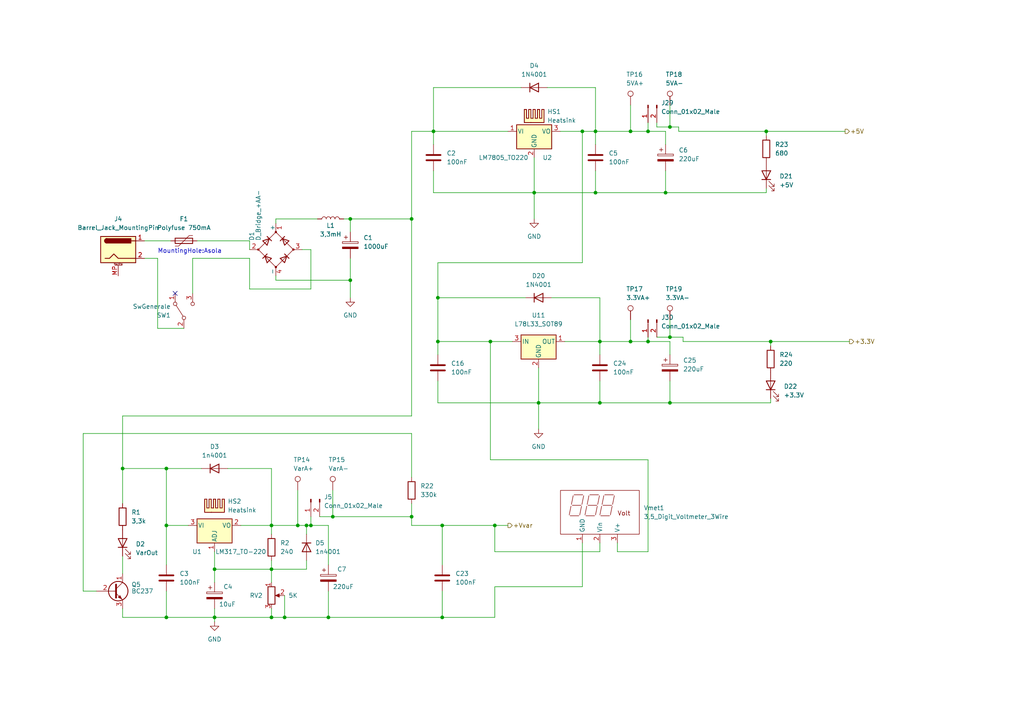
<source format=kicad_sch>
(kicad_sch (version 20211123) (generator eeschema)
  (paper "A4")
  (lib_symbols
    (symbol "Connector:Barrel_Jack_MountingPin" (pin_names hide)
      (property "Reference" "J" (at 0 5.334 0))
      (property "Value" "Barrel_Jack_MountingPin" (at 1.27 -6.35 0))
      (symbol "Barrel_Jack_MountingPin_0_1"
        (rectangle (start -5.08 3.81) (end 5.08 -3.81) (stroke (width 0.254)) (fill (type background)))
        (arc (start -3.302 3.175) (mid -3.937 2.54) (end -3.302 1.905) (stroke (width 0.254)))
        (arc (start -3.302 3.175) (mid -3.937 2.54) (end -3.302 1.905) (stroke (width 0.254)) (fill (type outline)))
        (polyline (pts (xy 5.08 2.54) (xy 3.81 2.54)) (stroke (width 0.254)))
        (polyline (pts (xy -3.81 -2.54) (xy -2.54 -2.54) (xy -1.27 -1.27) (xy 0 -2.54) (xy 2.54 -2.54) (xy 5.08 -2.54)) (stroke (width 0.254)))
        (rectangle (start 3.683 3.175) (end -3.302 1.905) (stroke (width 0.254)) (fill (type outline)))
      )
      (symbol "Barrel_Jack_MountingPin_1_1"
        (polyline (pts (xy -1.016 -4.572) (xy 1.016 -4.572)) (stroke (width 0.1524)))
        (text "Mounting" (at 0 -4.191 0) (effects (font (size 0.381 0.381))))
        (pin passive line (at 7.62 2.54 180) (length 2.54) (name "~") (number "1"))
        (pin passive line (at 7.62 -2.54 180) (length 2.54) (name "~") (number "2"))
        (pin passive line (at 0 -7.62 90) (length 3.048) (name "MountPin") (number "MP"))
      )
    )
    (symbol "Connector:Conn_01x02_Male" (pin_names (offset 1.016) hide)
      (property "Reference" "J" (at 0 2.54 0))
      (property "Value" "Conn_01x02_Male" (at 0 -5.08 0))
      (symbol "Conn_01x02_Male_1_1"
        (polyline (pts (xy 1.27 -2.54) (xy 0.8636 -2.54)) (stroke (width 0.1524)))
        (polyline (pts (xy 1.27 0) (xy 0.8636 0)) (stroke (width 0.1524)))
        (rectangle (start 0.8636 -2.413) (end 0 -2.667) (stroke (width 0.1524)) (fill (type outline)))
        (rectangle (start 0.8636 0.127) (end 0 -0.127) (stroke (width 0.1524)) (fill (type outline)))
        (pin passive line (at 5.08 0 180) (length 3.81) (name "Pin_1") (number "1"))
        (pin passive line (at 5.08 -2.54 180) (length 3.81) (name "Pin_2") (number "2"))
      )
    )
    (symbol "Connector:TestPoint" (pin_numbers hide) (pin_names (offset 0.762) hide)
      (property "Reference" "TP" (at 0 6.858 0))
      (property "Value" "TestPoint" (at 0 5.08 0))
      (symbol "TestPoint_0_1"
        (circle (center 0 3.302) (radius 0.762))
      )
      (symbol "TestPoint_1_1"
        (pin passive line (at 0 0 90) (length 2.54) (name "1") (number "1"))
      )
    )
    (symbol "Device:C" (pin_numbers hide) (pin_names (offset 0.254))
      (property "Reference" "C" (at 0.635 2.54 0))
      (property "Value" "C" (at 0.635 -2.54 0))
      (symbol "C_0_1"
        (polyline (pts (xy -2.032 -0.762) (xy 2.032 -0.762)) (stroke (width 0.508)))
        (polyline (pts (xy -2.032 0.762) (xy 2.032 0.762)) (stroke (width 0.508)))
      )
      (symbol "C_1_1"
        (pin passive line (at 0 3.81 270) (length 2.794) (name "~") (number "1"))
        (pin passive line (at 0 -3.81 90) (length 2.794) (name "~") (number "2"))
      )
    )
    (symbol "Device:C_Polarized" (pin_numbers hide) (pin_names (offset 0.254))
      (property "Reference" "C" (at 0.635 2.54 0))
      (property "Value" "C_Polarized" (at 0.635 -2.54 0))
      (symbol "C_Polarized_0_1"
        (rectangle (start -2.286 0.508) (end 2.286 1.016))
        (polyline (pts (xy -1.778 2.286) (xy -0.762 2.286)))
        (polyline (pts (xy -1.27 2.794) (xy -1.27 1.778)))
        (rectangle (start 2.286 -0.508) (end -2.286 -1.016) (fill (type outline)))
      )
      (symbol "C_Polarized_1_1"
        (pin passive line (at 0 3.81 270) (length 2.794) (name "~") (number "1"))
        (pin passive line (at 0 -3.81 90) (length 2.794) (name "~") (number "2"))
      )
    )
    (symbol "Device:D" (pin_numbers hide) (pin_names (offset 1.016) hide)
      (property "Reference" "D" (at 0 2.54 0))
      (property "Value" "D" (at 0 -2.54 0))
      (symbol "D_0_1"
        (polyline (pts (xy -1.27 1.27) (xy -1.27 -1.27)) (stroke (width 0.254)))
        (polyline (pts (xy 1.27 0) (xy -1.27 0)))
        (polyline (pts (xy 1.27 1.27) (xy 1.27 -1.27) (xy -1.27 0) (xy 1.27 1.27)) (stroke (width 0.254)))
      )
      (symbol "D_1_1"
        (pin passive line (at -3.81 0 0) (length 2.54) (name "K") (number "1"))
        (pin passive line (at 3.81 0 180) (length 2.54) (name "A") (number "2"))
      )
    )
    (symbol "Device:D_Bridge_+AA-" (pin_names (offset 0))
      (property "Reference" "D" (at 2.54 6.985 0))
      (property "Value" "D_Bridge_+AA-" (at 2.54 5.08 0))
      (symbol "D_Bridge_+AA-_0_1"
        (circle (center -5.08 0) (radius 0.254) (fill (type outline)))
        (circle (center 0 -5.08) (radius 0.254) (fill (type outline)))
        (polyline (pts (xy -2.54 3.81) (xy -1.27 2.54)) (stroke (width 0.254)))
        (polyline (pts (xy -1.27 -2.54) (xy -2.54 -3.81)) (stroke (width 0.254)))
        (polyline (pts (xy 2.54 -1.27) (xy 3.81 -2.54)) (stroke (width 0.254)))
        (polyline (pts (xy 2.54 1.27) (xy 3.81 2.54)) (stroke (width 0.254)))
        (polyline (pts (xy -3.81 2.54) (xy -2.54 1.27) (xy -1.905 3.175) (xy -3.81 2.54)) (stroke (width 0.254)))
        (polyline (pts (xy -2.54 -1.27) (xy -3.81 -2.54) (xy -1.905 -3.175) (xy -2.54 -1.27)) (stroke (width 0.254)))
        (polyline (pts (xy 1.27 2.54) (xy 2.54 3.81) (xy 3.175 1.905) (xy 1.27 2.54)) (stroke (width 0.254)))
        (polyline (pts (xy 3.175 -1.905) (xy 1.27 -2.54) (xy 2.54 -3.81) (xy 3.175 -1.905)) (stroke (width 0.254)))
        (polyline (pts (xy -5.08 0) (xy 0 -5.08) (xy 5.08 0) (xy 0 5.08) (xy -5.08 0)))
        (circle (center 0 5.08) (radius 0.254) (fill (type outline)))
        (circle (center 5.08 0) (radius 0.254) (fill (type outline)))
      )
      (symbol "D_Bridge_+AA-_1_1"
        (pin passive line (at 7.62 0 180) (length 2.54) (name "+") (number "1"))
        (pin passive line (at 0 7.62 270) (length 2.54) (name "~") (number "2"))
        (pin passive line (at 0 -7.62 90) (length 2.54) (name "~") (number "3"))
        (pin passive line (at -7.62 0 0) (length 2.54) (name "-") (number "4"))
      )
    )
    (symbol "Device:L" (pin_numbers hide) (pin_names (offset 1.016) hide)
      (property "Reference" "L" (at -1.27 0 90))
      (property "Value" "L" (at 1.905 0 90))
      (symbol "L_0_1"
        (arc (start 0 -2.54) (mid 0.635 -1.905) (end 0 -1.27))
        (arc (start 0 -1.27) (mid 0.635 -0.635) (end 0 0))
        (arc (start 0 0) (mid 0.635 0.635) (end 0 1.27))
        (arc (start 0 1.27) (mid 0.635 1.905) (end 0 2.54))
      )
      (symbol "L_1_1"
        (pin passive line (at 0 3.81 270) (length 1.27) (name "1") (number "1"))
        (pin passive line (at 0 -3.81 90) (length 1.27) (name "2") (number "2"))
      )
    )
    (symbol "Device:LED" (pin_numbers hide) (pin_names (offset 1.016) hide)
      (property "Reference" "D" (at 0 2.54 0))
      (property "Value" "LED" (at 0 -2.54 0))
      (symbol "LED_0_1"
        (polyline (pts (xy -1.27 -1.27) (xy -1.27 1.27)) (stroke (width 0.254)))
        (polyline (pts (xy -1.27 0) (xy 1.27 0)))
        (polyline (pts (xy 1.27 -1.27) (xy 1.27 1.27) (xy -1.27 0) (xy 1.27 -1.27)) (stroke (width 0.254)))
        (polyline (pts (xy -3.048 -0.762) (xy -4.572 -2.286) (xy -3.81 -2.286) (xy -4.572 -2.286) (xy -4.572 -1.524)))
        (polyline (pts (xy -1.778 -0.762) (xy -3.302 -2.286) (xy -2.54 -2.286) (xy -3.302 -2.286) (xy -3.302 -1.524)))
      )
      (symbol "LED_1_1"
        (pin passive line (at -3.81 0 0) (length 2.54) (name "K") (number "1"))
        (pin passive line (at 3.81 0 180) (length 2.54) (name "A") (number "2"))
      )
    )
    (symbol "Device:Polyfuse" (pin_numbers hide) (pin_names (offset 0))
      (property "Reference" "F" (at -2.54 0 90))
      (property "Value" "Polyfuse" (at 2.54 0 90))
      (symbol "Polyfuse_0_1"
        (rectangle (start -0.762 2.54) (end 0.762 -2.54) (stroke (width 0.254)))
        (polyline (pts (xy 0 2.54) (xy 0 -2.54)))
        (polyline (pts (xy -1.524 2.54) (xy -1.524 1.524) (xy 1.524 -1.524) (xy 1.524 -2.54)))
      )
      (symbol "Polyfuse_1_1"
        (pin passive line (at 0 3.81 270) (length 1.27) (name "~") (number "1"))
        (pin passive line (at 0 -3.81 90) (length 1.27) (name "~") (number "2"))
      )
    )
    (symbol "Device:R" (pin_numbers hide) (pin_names (offset 0))
      (property "Reference" "R" (at 2.032 0 90))
      (property "Value" "R" (at 0 0 90))
      (symbol "R_0_1"
        (rectangle (start -1.016 -2.54) (end 1.016 2.54) (stroke (width 0.254)))
      )
      (symbol "R_1_1"
        (pin passive line (at 0 3.81 270) (length 1.27) (name "~") (number "1"))
        (pin passive line (at 0 -3.81 90) (length 1.27) (name "~") (number "2"))
      )
    )
    (symbol "Device:R_Potentiometer" (pin_names (offset 1.016) hide)
      (property "Reference" "RV" (at -4.445 0 90))
      (property "Value" "R_Potentiometer" (at -2.54 0 90))
      (symbol "R_Potentiometer_0_1"
        (polyline (pts (xy 2.54 0) (xy 1.524 0)))
        (polyline (pts (xy 1.143 0) (xy 2.286 0.508) (xy 2.286 -0.508) (xy 1.143 0)) (fill (type outline)))
        (rectangle (start 1.016 2.54) (end -1.016 -2.54) (stroke (width 0.254)))
      )
      (symbol "R_Potentiometer_1_1"
        (pin passive line (at 0 3.81 270) (length 1.27) (name "1") (number "1"))
        (pin passive line (at 3.81 0 180) (length 1.27) (name "2") (number "2"))
        (pin passive line (at 0 -3.81 90) (length 1.27) (name "3") (number "3"))
      )
    )
    (symbol "DigitalInstruments:3,5_Digit_Voltmeter_3Wire"
      (property "Reference" "Vmet" (at 0 12.192 0))
      (property "Value" "3,5_Digit_Voltmeter_3Wire" (at 0.381 9.525 0))
      (symbol "3,5_Digit_Voltmeter_3Wire_0_0"
        (text "Volt" (at 6.985 1.016 0) (effects (font (size 1.27 1.27))))
      )
      (symbol "3,5_Digit_Voltmeter_3Wire_0_1"
        (rectangle (start -11.43 7.62) (end 11.43 -5.08))
        (polyline (pts (xy -8.89 0.508) (xy -8.382 3.048)))
        (polyline (pts (xy -7.747 6.096) (xy -8.255 3.556)))
        (polyline (pts (xy -7.493 6.35) (xy -4.953 6.35)))
        (polyline (pts (xy -6.096 0.254) (xy -8.636 0.254)))
        (polyline (pts (xy -5.842 0.508) (xy -5.334 3.048)))
        (polyline (pts (xy -5.461 3.302) (xy -8.001 3.302)))
        (polyline (pts (xy -4.699 6.096) (xy -5.207 3.556)))
        (polyline (pts (xy -4.318 0.508) (xy -3.81 3.048)))
        (polyline (pts (xy -3.175 6.096) (xy -3.683 3.556)))
        (polyline (pts (xy -2.921 6.35) (xy -0.381 6.35)))
        (polyline (pts (xy -1.524 0.254) (xy -4.064 0.254)))
        (polyline (pts (xy -1.27 0.508) (xy -0.762 3.048)))
        (polyline (pts (xy -0.889 3.302) (xy -3.429 3.302)))
        (polyline (pts (xy -0.127 6.096) (xy -0.635 3.556)))
        (polyline (pts (xy 0 0.508) (xy 0.508 3.048)))
        (polyline (pts (xy 1.143 6.096) (xy 0.635 3.556)))
        (polyline (pts (xy 1.397 6.35) (xy 3.937 6.35)))
        (polyline (pts (xy 2.794 0.254) (xy 0.254 0.254)))
        (polyline (pts (xy 3.048 0.508) (xy 3.556 3.048)))
        (polyline (pts (xy 3.429 3.302) (xy 0.889 3.302)))
        (polyline (pts (xy 4.191 6.096) (xy 3.683 3.556)))
      )
      (symbol "3,5_Digit_Voltmeter_3Wire_1_1"
        (pin power_in line (at -5.08 -7.62 90) (length 2.54) (name "GND") (number "1"))
        (pin input line (at 0 -7.62 90) (length 2.54) (name "Vin") (number "2"))
        (pin power_in line (at 5.08 -7.62 90) (length 2.54) (name "V+") (number "3"))
      )
    )
    (symbol "GND_1" (power) (pin_names (offset 0))
      (property "Value" "GND_1" (at 0 -3.81 0))
      (symbol "GND_1_0_1"
        (polyline (pts (xy 0 0) (xy 0 -1.27) (xy 1.27 -1.27) (xy 0 -2.54) (xy -1.27 -1.27) (xy 0 -1.27)))
      )
      (symbol "GND_1_1_1"
        (pin power_in line (at 0 0 270) (length 0) hide (name "GND") (number "1"))
      )
    )
    (symbol "Mechanical:Heatsink" (pin_names (offset 1.016))
      (property "Reference" "HS" (at 0 5.08 0))
      (property "Value" "Heatsink" (at 0 -1.27 0))
      (symbol "Heatsink_0_1"
        (polyline (pts (xy -0.3302 1.27) (xy -0.9652 1.27) (xy -0.9652 3.81) (xy -1.6002 3.81) (xy -1.6002 1.27) (xy -2.2352 1.27) (xy -2.2352 3.81) (xy -2.8702 3.81) (xy -2.8702 0) (xy -0.9652 0)) (stroke (width 0.254)) (fill (type background)))
        (polyline (pts (xy -0.3302 1.27) (xy -0.3302 3.81) (xy 0.3048 3.81) (xy 0.3048 1.27) (xy 0.9398 1.27) (xy 0.9398 3.81) (xy 1.5748 3.81) (xy 1.5748 1.27) (xy 2.2098 1.27) (xy 2.2098 3.81) (xy 2.8448 3.81) (xy 2.8448 0) (xy -0.9652 0)) (stroke (width 0.254)) (fill (type background)))
      )
    )
    (symbol "Regulator_Linear:L78L33_SOT89" (pin_names (offset 0.254))
      (property "Reference" "U" (at -3.81 3.175 0))
      (property "Value" "L78L33_SOT89" (at -0.635 3.175 0))
      (symbol "L78L33_SOT89_0_1"
        (rectangle (start -5.08 1.905) (end 5.08 -5.08) (stroke (width 0.254)) (fill (type background)))
      )
      (symbol "L78L33_SOT89_1_1"
        (pin power_out line (at 7.62 0 180) (length 2.54) (name "OUT") (number "1"))
        (pin power_in line (at 0 -7.62 90) (length 2.54) (name "GND") (number "2"))
        (pin power_in line (at -7.62 0 0) (length 2.54) (name "IN") (number "3"))
      )
    )
    (symbol "Regulator_Linear:LM317_TO-220" (pin_names (offset 0.254))
      (property "Reference" "U" (at -3.81 3.175 0))
      (property "Value" "LM317_TO-220" (at 0 3.175 0))
      (symbol "LM317_TO-220_0_1"
        (rectangle (start -5.08 1.905) (end 5.08 -5.08) (stroke (width 0.254)) (fill (type background)))
      )
      (symbol "LM317_TO-220_1_1"
        (pin input line (at 0 -7.62 90) (length 2.54) (name "ADJ") (number "1"))
        (pin power_out line (at 7.62 0 180) (length 2.54) (name "VO") (number "2"))
        (pin power_in line (at -7.62 0 0) (length 2.54) (name "VI") (number "3"))
      )
    )
    (symbol "Regulator_Linear:LM7805_TO220" (pin_names (offset 0.254))
      (property "Reference" "U" (at -3.81 3.175 0))
      (property "Value" "LM7805_TO220" (at 0 3.175 0))
      (symbol "LM7805_TO220_0_1"
        (rectangle (start -5.08 1.905) (end 5.08 -5.08) (stroke (width 0.254)) (fill (type background)))
      )
      (symbol "LM7805_TO220_1_1"
        (pin power_in line (at -7.62 0 0) (length 2.54) (name "VI") (number "1"))
        (pin power_in line (at 0 -7.62 90) (length 2.54) (name "GND") (number "2"))
        (pin power_out line (at 7.62 0 180) (length 2.54) (name "VO") (number "3"))
      )
    )
    (symbol "Switch:SW_SPDT" (pin_names (offset 0) hide)
      (property "Reference" "SW" (at 0 4.318 0))
      (property "Value" "SW_SPDT" (at 0 -5.08 0))
      (symbol "SW_SPDT_0_0"
        (circle (center -2.032 0) (radius 0.508))
        (circle (center 2.032 -2.54) (radius 0.508))
      )
      (symbol "SW_SPDT_0_1"
        (polyline (pts (xy -1.524 0.254) (xy 1.651 2.286)))
        (circle (center 2.032 2.54) (radius 0.508))
      )
      (symbol "SW_SPDT_1_1"
        (pin passive line (at 5.08 2.54 180) (length 2.54) (name "A") (number "1"))
        (pin passive line (at -5.08 0 0) (length 2.54) (name "B") (number "2"))
        (pin passive line (at 5.08 -2.54 180) (length 2.54) (name "C") (number "3"))
      )
    )
    (symbol "Transistor_BJT:BC237" (pin_names (offset 0) hide)
      (property "Reference" "Q" (at 5.08 1.905 0))
      (property "Value" "BC237" (at 5.08 0 0))
      (symbol "BC237_0_1"
        (polyline (pts (xy 0 0) (xy 0.635 0)))
        (polyline (pts (xy 0.635 0.635) (xy 2.54 2.54)))
        (polyline (pts (xy 0.635 -0.635) (xy 2.54 -2.54) (xy 2.54 -2.54)))
        (polyline (pts (xy 0.635 1.905) (xy 0.635 -1.905) (xy 0.635 -1.905)) (stroke (width 0.508)))
        (polyline (pts (xy 1.27 -1.778) (xy 1.778 -1.27) (xy 2.286 -2.286) (xy 1.27 -1.778) (xy 1.27 -1.778)) (fill (type outline)))
        (circle (center 1.27 0) (radius 2.8194) (stroke (width 0.254)))
      )
      (symbol "BC237_1_1"
        (pin passive line (at 2.54 5.08 270) (length 2.54) (name "C") (number "1"))
        (pin input line (at -5.08 0 0) (length 5.08) (name "B") (number "2"))
        (pin passive line (at 2.54 -5.08 90) (length 2.54) (name "E") (number "3"))
      )
    )
    (symbol "power:GND" (power) (pin_names (offset 0))
      (property "Value" "GND" (at 0 -3.81 0))
      (symbol "GND_0_1"
        (polyline (pts (xy 0 0) (xy 0 -1.27) (xy 1.27 -1.27) (xy 0 -2.54) (xy -1.27 -1.27) (xy 0 -1.27)))
      )
      (symbol "GND_1_1"
        (pin power_in line (at 0 0 270) (length 0) hide (name "GND") (number "1"))
      )
    )
  )
  (junction (at 95.25 179.07))
  (junction (at 48.26 152.4))
  (junction (at 168.91 38.1))
  (junction (at 154.94 55.88))
  (junction (at 86.36 152.4))
  (junction (at 90.17 152.4))
  (junction (at 101.6 63.5))
  (junction (at 182.88 99.06))
  (junction (at 173.99 99.06))
  (junction (at 62.23 179.07))
  (junction (at 173.99 116.84))
  (junction (at 82.55 179.07))
  (junction (at 48.26 135.89))
  (junction (at 88.9 152.4))
  (junction (at 193.04 55.88))
  (junction (at 182.88 38.1))
  (junction (at 119.38 149.86))
  (junction (at 62.23 165.1))
  (junction (at 48.26 179.07))
  (junction (at 187.96 99.06))
  (junction (at 35.56 135.89))
  (junction (at 78.74 179.07))
  (junction (at 128.27 152.4))
  (junction (at 194.31 36.83))
  (junction (at 223.52 99.06))
  (junction (at 172.72 55.88))
  (junction (at 96.52 149.86))
  (junction (at 187.96 38.1))
  (junction (at 125.73 38.1))
  (junction (at 142.24 99.06))
  (junction (at 127 99.06))
  (junction (at 127 86.36))
  (junction (at 78.74 165.1))
  (junction (at 119.38 63.5))
  (junction (at 156.21 116.84))
  (junction (at 78.74 152.4))
  (junction (at 128.27 179.07))
  (junction (at 172.72 38.1))
  (junction (at 194.31 97.79))
  (junction (at 101.6 81.28))
  (junction (at 194.31 116.84))
  (junction (at 143.51 152.4))
  (junction (at 222.25 38.1))
  (no_connect (at 50.8 85.09))
  (wire (pts (xy 168.91 76.2) (xy 127 76.2)))
  (wire (pts (xy 182.88 38.1) (xy 187.96 38.1)))
  (wire (pts (xy 101.6 63.5) (xy 119.38 63.5)))
  (wire (pts (xy 172.72 38.1) (xy 172.72 41.91)))
  (wire (pts (xy 125.73 41.91) (xy 125.73 38.1)))
  (wire (pts (xy 90.17 83.82) (xy 90.17 72.39)))
  (wire (pts (xy 143.51 170.18) (xy 168.91 170.18)))
  (wire (pts (xy 99.695 63.5) (xy 101.6 63.5)))
  (wire (pts (xy 35.56 120.65) (xy 35.56 135.89)))
  (wire (pts (xy 142.24 133.35) (xy 187.96 133.35)))
  (wire (pts (xy 35.56 135.89) (xy 35.56 146.05)))
  (wire (pts (xy 173.99 116.84) (xy 194.31 116.84)))
  (wire (pts (xy 127 116.84) (xy 156.21 116.84)))
  (wire (pts (xy 168.91 157.48) (xy 168.91 170.18)))
  (wire (pts (xy 80.01 81.28) (xy 101.6 81.28)))
  (wire (pts (xy 86.36 152.4) (xy 88.9 152.4)))
  (wire (pts (xy 142.24 99.06) (xy 142.24 133.35)))
  (wire (pts (xy 223.52 115.57) (xy 223.52 116.84)))
  (wire (pts (xy 193.04 38.1) (xy 193.04 41.91)))
  (wire (pts (xy 194.31 99.06) (xy 194.31 102.87)))
  (wire (pts (xy 24.13 125.73) (xy 24.13 171.45)))
  (wire (pts (xy 173.99 110.49) (xy 173.99 116.84)))
  (wire (pts (xy 119.38 125.73) (xy 24.13 125.73)))
  (wire (pts (xy 48.26 152.4) (xy 54.61 152.4)))
  (wire (pts (xy 125.73 49.53) (xy 125.73 55.88)))
  (wire (pts (xy 119.38 152.4) (xy 128.27 152.4)))
  (wire (pts (xy 222.25 38.1) (xy 245.11 38.1)))
  (wire (pts (xy 158.75 25.4) (xy 172.72 25.4)))
  (wire (pts (xy 223.52 99.06) (xy 223.52 100.33)))
  (wire (pts (xy 143.51 170.18) (xy 143.51 179.07)))
  (wire (pts (xy 173.99 157.48) (xy 173.99 160.02)))
  (wire (pts (xy 156.21 116.84) (xy 156.21 124.46)))
  (wire (pts (xy 128.27 179.07) (xy 143.51 179.07)))
  (wire (pts (xy 57.15 69.85) (xy 72.39 69.85)))
  (wire (pts (xy 92.71 149.86) (xy 96.52 149.86)))
  (wire (pts (xy 194.31 97.79) (xy 198.12 97.79)))
  (wire (pts (xy 35.56 161.29) (xy 35.56 166.37)))
  (wire (pts (xy 125.73 38.1) (xy 147.32 38.1)))
  (wire (pts (xy 168.91 38.1) (xy 168.91 76.2)))
  (wire (pts (xy 187.96 160.02) (xy 179.07 160.02)))
  (wire (pts (xy 187.96 133.35) (xy 187.96 160.02)))
  (wire (pts (xy 128.27 152.4) (xy 128.27 163.83)))
  (wire (pts (xy 127 102.87) (xy 127 99.06)))
  (wire (pts (xy 88.9 152.4) (xy 88.9 154.94)))
  (wire (pts (xy 86.36 142.24) (xy 86.36 152.4)))
  (wire (pts (xy 80.01 63.5) (xy 92.075 63.5)))
  (wire (pts (xy 78.74 176.53) (xy 78.74 179.07)))
  (wire (pts (xy 194.31 92.71) (xy 194.31 97.79)))
  (wire (pts (xy 119.38 120.65) (xy 35.56 120.65)))
  (wire (pts (xy 78.74 162.56) (xy 78.74 165.1)))
  (wire (pts (xy 62.23 160.02) (xy 62.23 165.1)))
  (wire (pts (xy 119.38 63.5) (xy 119.38 120.65)))
  (wire (pts (xy 119.38 149.86) (xy 119.38 152.4)))
  (wire (pts (xy 151.13 25.4) (xy 125.73 25.4)))
  (wire (pts (xy 198.12 97.79) (xy 198.12 99.06)))
  (wire (pts (xy 90.17 149.86) (xy 90.17 152.4)))
  (wire (pts (xy 95.25 152.4) (xy 95.25 163.83)))
  (wire (pts (xy 152.4 86.36) (xy 127 86.36)))
  (wire (pts (xy 88.9 152.4) (xy 90.17 152.4)))
  (wire (pts (xy 173.99 99.06) (xy 173.99 102.87)))
  (wire (pts (xy 168.91 38.1) (xy 172.72 38.1)))
  (wire (pts (xy 90.17 152.4) (xy 95.25 152.4)))
  (wire (pts (xy 35.56 176.53) (xy 35.56 179.07)))
  (wire (pts (xy 182.88 30.48) (xy 182.88 38.1)))
  (wire (pts (xy 119.38 146.05) (xy 119.38 149.86)))
  (wire (pts (xy 35.56 135.89) (xy 48.26 135.89)))
  (wire (pts (xy 194.31 36.83) (xy 194.31 30.48)))
  (wire (pts (xy 41.91 69.85) (xy 49.53 69.85)))
  (wire (pts (xy 69.85 152.4) (xy 78.74 152.4)))
  (wire (pts (xy 72.39 83.82) (xy 90.17 83.82)))
  (wire (pts (xy 78.74 152.4) (xy 78.74 135.89)))
  (wire (pts (xy 222.25 38.1) (xy 222.25 39.37)))
  (wire (pts (xy 101.6 74.93) (xy 101.6 81.28)))
  (wire (pts (xy 198.12 99.06) (xy 223.52 99.06)))
  (wire (pts (xy 78.74 152.4) (xy 78.74 154.94)))
  (wire (pts (xy 194.31 116.84) (xy 223.52 116.84)))
  (wire (pts (xy 48.26 179.07) (xy 62.23 179.07)))
  (wire (pts (xy 173.99 99.06) (xy 182.88 99.06)))
  (wire (pts (xy 125.73 25.4) (xy 125.73 38.1)))
  (wire (pts (xy 90.17 72.39) (xy 87.63 72.39)))
  (wire (pts (xy 96.52 149.86) (xy 119.38 149.86)))
  (wire (pts (xy 156.21 106.68) (xy 156.21 116.84)))
  (wire (pts (xy 119.38 38.1) (xy 119.38 63.5)))
  (wire (pts (xy 143.51 152.4) (xy 147.32 152.4)))
  (wire (pts (xy 55.88 74.93) (xy 72.39 74.93)))
  (wire (pts (xy 35.56 179.07) (xy 48.26 179.07)))
  (wire (pts (xy 101.6 81.28) (xy 101.6 86.36)))
  (wire (pts (xy 190.5 97.79) (xy 194.31 97.79)))
  (wire (pts (xy 72.39 74.93) (xy 72.39 83.82)))
  (wire (pts (xy 187.96 35.56) (xy 187.96 38.1)))
  (wire (pts (xy 101.6 63.5) (xy 101.6 67.31)))
  (wire (pts (xy 187.96 38.1) (xy 193.04 38.1)))
  (wire (pts (xy 119.38 38.1) (xy 125.73 38.1)))
  (wire (pts (xy 78.74 165.1) (xy 62.23 165.1)))
  (wire (pts (xy 172.72 38.1) (xy 182.88 38.1)))
  (wire (pts (xy 88.9 165.1) (xy 88.9 162.56)))
  (wire (pts (xy 95.25 179.07) (xy 95.25 171.45)))
  (wire (pts (xy 80.01 80.01) (xy 80.01 81.28)))
  (wire (pts (xy 48.26 152.4) (xy 48.26 163.83)))
  (wire (pts (xy 48.26 135.89) (xy 48.26 152.4)))
  (wire (pts (xy 196.85 38.1) (xy 222.25 38.1)))
  (wire (pts (xy 80.01 63.5) (xy 80.01 64.77)))
  (wire (pts (xy 127 110.49) (xy 127 116.84)))
  (wire (pts (xy 78.74 179.07) (xy 82.55 179.07)))
  (wire (pts (xy 187.96 97.79) (xy 187.96 99.06)))
  (wire (pts (xy 58.42 135.89) (xy 48.26 135.89)))
  (wire (pts (xy 41.91 74.93) (xy 45.72 74.93)))
  (wire (pts (xy 82.55 179.07) (xy 95.25 179.07)))
  (wire (pts (xy 142.24 99.06) (xy 148.59 99.06)))
  (wire (pts (xy 154.94 55.88) (xy 172.72 55.88)))
  (wire (pts (xy 154.94 45.72) (xy 154.94 55.88)))
  (wire (pts (xy 163.83 99.06) (xy 173.99 99.06)))
  (wire (pts (xy 127 86.36) (xy 127 99.06)))
  (wire (pts (xy 96.52 142.24) (xy 96.52 149.86)))
  (wire (pts (xy 222.25 54.61) (xy 222.25 55.88)))
  (wire (pts (xy 55.88 74.93) (xy 55.88 85.09)))
  (wire (pts (xy 53.34 95.25) (xy 45.72 95.25)))
  (wire (pts (xy 78.74 152.4) (xy 86.36 152.4)))
  (wire (pts (xy 160.02 86.36) (xy 173.99 86.36)))
  (wire (pts (xy 125.73 55.88) (xy 154.94 55.88)))
  (wire (pts (xy 173.99 86.36) (xy 173.99 99.06)))
  (wire (pts (xy 78.74 165.1) (xy 78.74 168.91)))
  (wire (pts (xy 223.52 99.06) (xy 246.38 99.06)))
  (wire (pts (xy 194.31 110.49) (xy 194.31 116.84)))
  (wire (pts (xy 190.5 36.83) (xy 194.31 36.83)))
  (wire (pts (xy 190.5 35.56) (xy 190.5 36.83)))
  (wire (pts (xy 127 99.06) (xy 142.24 99.06)))
  (wire (pts (xy 62.23 165.1) (xy 62.23 168.91)))
  (wire (pts (xy 128.27 152.4) (xy 143.51 152.4)))
  (wire (pts (xy 127 76.2) (xy 127 86.36)))
  (wire (pts (xy 182.88 99.06) (xy 187.96 99.06)))
  (wire (pts (xy 179.07 160.02) (xy 179.07 157.48)))
  (wire (pts (xy 128.27 171.45) (xy 128.27 179.07)))
  (wire (pts (xy 45.72 74.93) (xy 45.72 95.25)))
  (wire (pts (xy 196.85 36.83) (xy 196.85 38.1)))
  (wire (pts (xy 78.74 165.1) (xy 88.9 165.1)))
  (wire (pts (xy 62.23 176.53) (xy 62.23 179.07)))
  (wire (pts (xy 193.04 49.53) (xy 193.04 55.88)))
  (wire (pts (xy 62.23 179.07) (xy 62.23 180.34)))
  (wire (pts (xy 95.25 179.07) (xy 128.27 179.07)))
  (wire (pts (xy 193.04 55.88) (xy 222.25 55.88)))
  (wire (pts (xy 187.96 99.06) (xy 194.31 99.06)))
  (wire (pts (xy 172.72 55.88) (xy 193.04 55.88)))
  (wire (pts (xy 78.74 135.89) (xy 66.04 135.89)))
  (wire (pts (xy 162.56 38.1) (xy 168.91 38.1)))
  (wire (pts (xy 172.72 25.4) (xy 172.72 38.1)))
  (wire (pts (xy 143.51 160.02) (xy 143.51 152.4)))
  (wire (pts (xy 143.51 160.02) (xy 173.99 160.02)))
  (wire (pts (xy 154.94 55.88) (xy 154.94 63.5)))
  (wire (pts (xy 172.72 49.53) (xy 172.72 55.88)))
  (wire (pts (xy 72.39 69.85) (xy 72.39 72.39)))
  (wire (pts (xy 119.38 138.43) (xy 119.38 125.73)))
  (wire (pts (xy 156.21 116.84) (xy 173.99 116.84)))
  (wire (pts (xy 182.88 92.71) (xy 182.88 99.06)))
  (wire (pts (xy 24.13 171.45) (xy 27.94 171.45)))
  (wire (pts (xy 194.31 36.83) (xy 196.85 36.83)))
  (wire (pts (xy 62.23 179.07) (xy 78.74 179.07)))
  (wire (pts (xy 82.55 172.72) (xy 82.55 179.07)))
  (wire (pts (xy 48.26 171.45) (xy 48.26 179.07)))
  (text "MountingHole:Asola" (at 45.72 73.66 0) (effects (font (size 1.27 1.27)) (justify left bottom)))
  (hierarchical_label "+3.3V" (shape output) (at 246.38 99.06 0))
  (hierarchical_label "+5V" (shape output) (at 245.11 38.1 0))
  (hierarchical_label "+Vvar" (shape output) (at 147.32 152.4 0))
  (symbol (lib_id "Device:R_Potentiometer") (at 78.74 172.72 0) (unit 1)
    (property "Reference" "RV2" (at 76.2 172.72 0) (effects (justify right)))
    (property "Value" "5K" (at 86.36 172.72 0) (effects (justify right)))
    (property "Footprint" "Potentiometer_THT:Potentiometer_Omeg_PC16BU_Vertical" (effects hide))
  )
  (symbol (lib_id "Device:C") (at 128.27 167.64 0) (unit 1)
    (property "Reference" "C23" (at 132.08 166.3699 0) (effects (justify left)))
    (property "Value" "100nF" (at 132.08 168.9099 0) (effects (justify left)))
    (property "Footprint" "Capacitor_THT:C_Disc_D7.0mm_W2.5mm_P5.00mm" (effects hide))
  )
  (symbol (lib_id "power:GND") (at 101.6 86.36 0) (unit 1)
    (property "Reference" "#PWR0106" (effects hide))
    (property "Value" "GND" (at 101.6 91.44 0))
  )
  (symbol (lib_id "power:GND") (at 154.94 63.5 0) (unit 1)
    (property "Reference" "#PWR02" (effects hide))
    (property "Value" "GND" (at 154.94 68.58 0))
  )
  (symbol (lib_id "Device:D") (at 62.23 135.89 0) (unit 1)
    (property "Reference" "D3" (at 62.23 129.54 0))
    (property "Value" "1n4001" (at 62.23 132.08 0))
    (property "Footprint" "Diode_THT:D_A-405_P10.16mm_Horizontal" (effects hide))
  )
  (symbol (lib_id "Mechanical:Heatsink") (at 154.94 35.56 0) (unit 1)
    (property "Reference" "HS1" (at 158.75 32.3849 0) (effects (justify left)))
    (property "Value" "Heatsink" (at 158.75 34.9249 0) (effects (justify left)))
    (property "Footprint" "Heatsink2:Heatsink_28x25_Horiz" (effects hide))
  )
  (symbol (lib_id "Device:C_Polarized") (at 101.6 71.12 0) (unit 1)
    (property "Reference" "C1" (at 105.41 68.9609 0) (effects (justify left)))
    (property "Value" "1000uF" (at 105.41 71.5009 0) (effects (justify left)))
    (property "Footprint" "Capacitor_THT:CP_Radial_D17.0mm_P7.50mm" (effects hide))
  )
  (symbol (lib_id "Device:R") (at 222.25 43.18 0) (unit 1)
    (property "Reference" "R23" (at 224.79 41.9099 0) (effects (justify left)))
    (property "Value" "680" (at 224.79 44.4499 0) (effects (justify left)))
    (property "Footprint" "Resistor_THT:R_Axial_DIN0207_L6.3mm_D2.5mm_P10.16mm_Horizontal" (effects hide))
  )
  (symbol (lib_id "Device:Polyfuse") (at 53.34 69.85 90) (unit 1)
    (property "Reference" "F1" (at 53.34 63.5 90))
    (property "Value" "Polyfuse 750mA" (at 53.34 66.04 90))
    (property "Footprint" "Varistor:RV_Disc_D7mm_W5.4mm_P5mm" (effects hide))
  )
  (symbol (lib_id "Mechanical:Heatsink") (at 62.23 148.59 0) (unit 1)
    (property "Reference" "HS2" (at 66.04 145.4149 0) (effects (justify left)))
    (property "Value" "Heatsink" (at 66.04 147.9549 0) (effects (justify left)))
    (property "Footprint" "Heatsink2:Heatsink_28x25_Horiz" (effects hide))
  )
  (symbol (lib_id "Device:C") (at 48.26 167.64 0) (unit 1)
    (property "Reference" "C3" (at 52.07 166.3699 0) (effects (justify left)))
    (property "Value" "100nF" (at 52.07 168.9099 0) (effects (justify left)))
    (property "Footprint" "Capacitor_THT:C_Disc_D7.0mm_W2.5mm_P5.00mm" (effects hide))
  )
  (symbol (lib_id "DigitalInstruments:3,5_Digit_Voltmeter_3Wire") (at 173.99 149.86 0) (unit 1)
    (property "Reference" "Vmet1" (at 186.69 147.3199 0) (effects (justify left)))
    (property "Value" "3,5_Digit_Voltmeter_3Wire" (at 186.69 149.8599 0) (effects (justify left)))
    (property "Footprint" "VoltmeterModule:3,5 Digit 0,28'' Voltmeter" (effects hide))
  )
  (symbol (lib_id "power:GND") (at 156.21 124.46 0) (unit 1)
    (property "Reference" "#PWR0107" (effects hide))
    (property "Value" "GND" (at 156.21 129.54 0))
  )
  (symbol (lib_id "Connector:TestPoint") (at 86.36 142.24 0) (unit 1)
    (property "Reference" "TP14" (at 85.09 133.35 0) (effects (justify left)))
    (property "Value" "VarA+" (at 85.09 135.89 0) (effects (justify left)))
    (property "Footprint" "TestPoint:TestPoint_Loop_D3.80mm_Drill2.8mm" (effects hide))
  )
  (symbol (lib_id "Connector:Barrel_Jack_MountingPin") (at 34.29 72.39 0) (unit 1)
    (property "Reference" "J4" (at 34.29 63.5 0))
    (property "Value" "Barrel_Jack_MountingPin" (at 34.29 66.04 0))
    (property "Footprint" "Connector_BarrelJack:BarrelJack_Horizontal" (effects hide))
  )
  (symbol (lib_id "Connector:TestPoint") (at 182.88 30.48 0) (unit 1)
    (property "Reference" "TP16" (at 181.61 21.59 0) (effects (justify left)))
    (property "Value" "5VA+" (at 181.61 24.13 0) (effects (justify left)))
    (property "Footprint" "TestPoint:TestPoint_Loop_D3.80mm_Drill2.8mm" (effects hide))
  )
  (symbol (lib_id "Device:D") (at 156.21 86.36 0) (unit 1)
    (property "Reference" "D20" (at 156.21 80.01 0))
    (property "Value" "1N4001" (at 156.21 82.55 0))
    (property "Footprint" "Diode_THT:D_A-405_P10.16mm_Horizontal" (effects hide))
  )
  (symbol (lib_id "Device:C") (at 127 106.68 0) (unit 1)
    (property "Reference" "C16" (at 130.81 105.4099 0) (effects (justify left)))
    (property "Value" "100nF" (at 130.81 107.9499 0) (effects (justify left)))
    (property "Footprint" "Capacitor_THT:C_Disc_D7.0mm_W2.5mm_P5.00mm" (effects hide))
  )
  (symbol (lib_id "Device:C_Polarized") (at 62.23 172.72 0) (unit 1)
    (property "Reference" "C4" (at 64.77 170.18 0) (effects (justify left)))
    (property "Value" "10uF" (at 63.5 175.26 0) (effects (justify left)))
    (property "Footprint" "Capacitor_THT:CP_Radial_D5.0mm_P2.00mm" (effects hide))
  )
  (symbol (lib_name "GND_1") (lib_id "power:GND") (at 62.23 180.34 0) (unit 1)
    (property "Reference" "#PWR0105" (effects hide))
    (property "Value" "GND" (at 62.23 185.42 0))
  )
  (symbol (lib_id "Device:C") (at 173.99 106.68 0) (unit 1)
    (property "Reference" "C24" (at 177.8 105.4099 0) (effects (justify left)))
    (property "Value" "100nF" (at 177.8 107.9499 0) (effects (justify left)))
    (property "Footprint" "Capacitor_THT:C_Disc_D7.0mm_W2.5mm_P5.00mm" (effects hide))
  )
  (symbol (lib_id "Device:R") (at 35.56 149.86 0) (unit 1)
    (property "Reference" "R1" (at 38.1 148.5899 0) (effects (justify left)))
    (property "Value" "3,3k" (at 38.1 151.1299 0) (effects (justify left)))
    (property "Footprint" "Resistor_THT:R_Axial_DIN0207_L6.3mm_D2.5mm_P10.16mm_Horizontal" (effects hide))
  )
  (symbol (lib_id "Connector:TestPoint") (at 96.52 142.24 0) (unit 1)
    (property "Reference" "TP15" (at 95.25 133.35 0) (effects (justify left)))
    (property "Value" "VarA-" (at 95.25 135.89 0) (effects (justify left)))
    (property "Footprint" "TestPoint:TestPoint_Loop_D3.80mm_Drill2.8mm" (effects hide))
  )
  (symbol (lib_id "Device:D_Bridge_+AA-") (at 80.01 72.39 90) (unit 1)
    (property "Reference" "D1" (at 73.025 69.85 0) (effects (justify left)))
    (property "Value" "D_Bridge_+AA-" (at 74.93 69.85 0) (effects (justify left)))
    (property "Footprint" "Diode_THT:Diode_Bridge_Vishay_KBL" (effects hide))
  )
  (symbol (lib_id "Regulator_Linear:LM7805_TO220") (at 154.94 38.1 0) (unit 1)
    (property "Reference" "U2" (at 158.75 45.72 0))
    (property "Value" "LM7805_TO220" (at 146.05 45.72 0))
    (property "Footprint" "Package_TO_SOT_THT:TO-220-3_Horizontal_TabDown" (effects hide))
    (property "Datasheet" "https://www.onsemi.cn/PowerSolutions/document/MC7800-D.PDF" (effects hide))
  )
  (symbol (lib_id "Switch:SW_SPDT") (at 53.34 90.17 90) (unit 1)
    (property "Reference" "SW1" (at 49.53 91.4401 90) (effects (justify left)))
    (property "Value" "SwGenerale" (at 49.53 88.9001 90) (effects (justify left)))
    (property "Footprint" "Button_Switch_THT:SW_100SP1T2B4M7QE" (effects hide))
  )
  (symbol (lib_id "Device:C_Polarized") (at 95.25 167.64 0) (unit 1)
    (property "Reference" "C7" (at 97.79 165.1 0) (effects (justify left)))
    (property "Value" "220uF" (at 96.52 170.18 0) (effects (justify left)))
    (property "Footprint" "Capacitor_THT:CP_Radial_D10.0mm_P5.00mm" (effects hide))
  )
  (symbol (lib_id "Connector:Conn_01x02_Male") (at 187.96 92.71 90) (mirror x) (unit 1)
    (property "Reference" "J30" (at 191.77 92.0749 90) (effects (justify right)))
    (property "Value" "Conn_01x02_Male" (at 191.77 94.6149 90) (effects (justify right)))
    (property "Footprint" "Connector_PinSocket_2.54mm:PinSocket_1x02_P2.54mm_Vertical" (effects hide))
  )
  (symbol (lib_id "Connector:TestPoint") (at 194.31 30.48 0) (unit 1)
    (property "Reference" "TP18" (at 193.04 21.59 0) (effects (justify left)))
    (property "Value" "5VA-" (at 193.04 24.13 0) (effects (justify left)))
    (property "Footprint" "TestPoint:TestPoint_Loop_D3.80mm_Drill2.8mm" (effects hide))
  )
  (symbol (lib_id "Transistor_BJT:BC237") (at 33.02 171.45 0) (unit 1)
    (property "Reference" "Q5" (at 38.1 169.545 0) (effects (justify left)))
    (property "Value" "BC237" (at 38.1 171.45 0) (effects (justify left)))
    (property "Footprint" "Package_TO_SOT_THT:TO-92_Inline" (effects hide))
    (property "Datasheet" "http://www.onsemi.com/pub_link/Collateral/BC237-D.PDF" (effects hide))
  )
  (symbol (lib_id "Connector:TestPoint") (at 194.31 92.71 0) (unit 1)
    (property "Reference" "TP19" (at 193.04 83.82 0) (effects (justify left)))
    (property "Value" "3.3VA-" (at 193.04 86.36 0) (effects (justify left)))
    (property "Footprint" "TestPoint:TestPoint_Loop_D3.80mm_Drill2.8mm" (effects hide))
  )
  (symbol (lib_id "Device:LED") (at 223.52 111.76 90) (unit 1)
    (property "Reference" "D22" (at 227.33 112.0774 90) (effects (justify right)))
    (property "Value" "+3.3V" (at 227.33 114.6174 90) (effects (justify right)))
    (property "Footprint" "LED_THT:LED_D5.0mm" (effects hide))
  )
  (symbol (lib_id "Connector:Conn_01x02_Male") (at 187.96 30.48 90) (mirror x) (unit 1)
    (property "Reference" "J29" (at 191.77 29.8449 90) (effects (justify right)))
    (property "Value" "Conn_01x02_Male" (at 191.77 32.3849 90) (effects (justify right)))
    (property "Footprint" "Connector_PinSocket_2.54mm:PinSocket_1x02_P2.54mm_Vertical" (effects hide))
  )
  (symbol (lib_id "Device:C_Polarized") (at 194.31 106.68 0) (unit 1)
    (property "Reference" "C25" (at 198.12 104.5209 0) (effects (justify left)))
    (property "Value" "220uF" (at 198.12 107.0609 0) (effects (justify left)))
    (property "Footprint" "Capacitor_THT:CP_Radial_D10.0mm_P5.00mm" (effects hide))
  )
  (symbol (lib_id "Device:D") (at 88.9 158.75 270) (unit 1)
    (property "Reference" "D5" (at 91.44 157.4799 90) (effects (justify left)))
    (property "Value" "1n4001" (at 91.44 160.0199 90) (effects (justify left)))
    (property "Footprint" "Diode_THT:D_A-405_P10.16mm_Horizontal" (effects hide))
  )
  (symbol (lib_id "Connector:Conn_01x02_Male") (at 90.17 144.78 90) (mirror x) (unit 1)
    (property "Reference" "J5" (at 93.98 144.1449 90) (effects (justify right)))
    (property "Value" "Conn_01x02_Male" (at 93.98 146.6849 90) (effects (justify right)))
    (property "Footprint" "Connector_PinSocket_2.54mm:PinSocket_1x02_P2.54mm_Vertical" (effects hide))
  )
  (symbol (lib_id "Device:C") (at 125.73 45.72 0) (unit 1)
    (property "Reference" "C2" (at 129.54 44.4499 0) (effects (justify left)))
    (property "Value" "100nF" (at 129.54 46.9899 0) (effects (justify left)))
    (property "Footprint" "Capacitor_THT:C_Disc_D7.0mm_W2.5mm_P5.00mm" (effects hide))
  )
  (symbol (lib_id "Device:C") (at 172.72 45.72 0) (unit 1)
    (property "Reference" "C5" (at 176.53 44.4499 0) (effects (justify left)))
    (property "Value" "100nF" (at 176.53 46.9899 0) (effects (justify left)))
    (property "Footprint" "Capacitor_THT:C_Disc_D7.0mm_W2.5mm_P5.00mm" (effects hide))
  )
  (symbol (lib_id "Regulator_Linear:LM317_TO-220") (at 62.23 152.4 0) (unit 1)
    (property "Reference" "U1" (at 57.15 160.02 0))
    (property "Value" "LM317_TO-220" (at 69.85 160.02 0))
    (property "Footprint" "Package_TO_SOT_THT:TO-220-3_Horizontal_TabDown" (effects hide))
    (property "Datasheet" "http://www.ti.com/lit/ds/symlink/lm317.pdf" (effects hide))
  )
  (symbol (lib_id "Device:R") (at 78.74 158.75 0) (unit 1)
    (property "Reference" "R2" (at 81.28 157.4799 0) (effects (justify left)))
    (property "Value" "240" (at 81.28 160.0199 0) (effects (justify left)))
    (property "Footprint" "Resistor_THT:R_Axial_DIN0207_L6.3mm_D2.5mm_P10.16mm_Horizontal" (effects hide))
  )
  (symbol (lib_id "Device:LED") (at 222.25 50.8 90) (unit 1)
    (property "Reference" "D21" (at 226.06 51.1174 90) (effects (justify right)))
    (property "Value" "+5V" (at 226.06 53.6574 90) (effects (justify right)))
    (property "Footprint" "LED_THT:LED_D5.0mm" (effects hide))
  )
  (symbol (lib_id "Device:L") (at 95.885 63.5 90) (unit 1)
    (property "Reference" "L1" (at 95.885 65.405 90))
    (property "Value" "3,3mH" (at 95.885 67.945 90))
    (property "Footprint" "Inductor_THT:L_Axial_L12.0mm_D5.0mm_P15.24mm_Horizontal_Fastron_MISC" (effects hide))
  )
  (symbol (lib_id "Device:LED") (at 35.56 157.48 90) (unit 1)
    (property "Reference" "D2" (at 39.37 157.7974 90) (effects (justify right)))
    (property "Value" "VarOut" (at 39.37 160.3374 90) (effects (justify right)))
    (property "Footprint" "LED_THT:LED_D5.0mm" (effects hide))
  )
  (symbol (lib_id "Device:R") (at 223.52 104.14 0) (unit 1)
    (property "Reference" "R24" (at 226.06 102.8699 0) (effects (justify left)))
    (property "Value" "220" (at 226.06 105.4099 0) (effects (justify left)))
    (property "Footprint" "Resistor_THT:R_Axial_DIN0207_L6.3mm_D2.5mm_P10.16mm_Horizontal" (effects hide))
  )
  (symbol (lib_id "Connector:TestPoint") (at 182.88 92.71 0) (unit 1)
    (property "Reference" "TP17" (at 181.61 83.82 0) (effects (justify left)))
    (property "Value" "3.3VA+" (at 181.61 86.36 0) (effects (justify left)))
    (property "Footprint" "TestPoint:TestPoint_Loop_D3.80mm_Drill2.8mm" (effects hide))
  )
  (symbol (lib_id "Regulator_Linear:L78L33_SOT89") (at 156.21 99.06 0) (unit 1)
    (property "Reference" "U11" (at 156.21 91.44 0))
    (property "Value" "L78L33_SOT89" (at 156.21 93.98 0))
    (property "Footprint" "Package_TO_SOT_SMD:SOT-223" (effects hide))
    (property "Datasheet" "http://www.st.com/content/ccc/resource/technical/document/datasheet/15/55/e5/aa/23/5b/43/fd/CD00000446.pdf/files/CD00000446.pdf/jcr:content/translations/en.CD00000446.pdf" (effects hide))
  )
  (symbol (lib_id "Device:R") (at 119.38 142.24 0) (unit 1)
    (property "Reference" "R22" (at 121.92 140.9699 0) (effects (justify left)))
    (property "Value" "330k" (at 121.92 143.5099 0) (effects (justify left)))
    (property "Footprint" "Resistor_THT:R_Axial_DIN0207_L6.3mm_D2.5mm_P10.16mm_Horizontal" (effects hide))
  )
  (symbol (lib_id "Device:C_Polarized") (at 193.04 45.72 0) (unit 1)
    (property "Reference" "C6" (at 196.85 43.5609 0) (effects (justify left)))
    (property "Value" "220uF" (at 196.85 46.1009 0) (effects (justify left)))
    (property "Footprint" "Capacitor_THT:CP_Radial_D10.0mm_P5.00mm" (effects hide))
  )
  (symbol (lib_id "Device:D") (at 154.94 25.4 0) (unit 1)
    (property "Reference" "D4" (at 154.94 19.05 0))
    (property "Value" "1N4001" (at 154.94 21.59 0))
    (property "Footprint" "Diode_THT:D_A-405_P10.16mm_Horizontal" (effects hide))
  )
)
</source>
